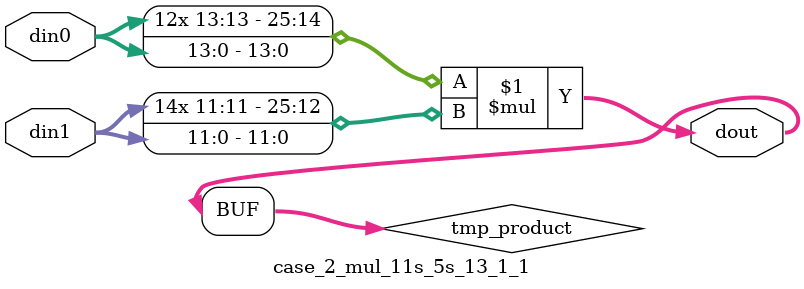
<source format=v>

`timescale 1 ns / 1 ps

 module case_2_mul_11s_5s_13_1_1(din0, din1, dout);
parameter ID = 1;
parameter NUM_STAGE = 0;
parameter din0_WIDTH = 14;
parameter din1_WIDTH = 12;
parameter dout_WIDTH = 26;

input [din0_WIDTH - 1 : 0] din0; 
input [din1_WIDTH - 1 : 0] din1; 
output [dout_WIDTH - 1 : 0] dout;

wire signed [dout_WIDTH - 1 : 0] tmp_product;



























assign tmp_product = $signed(din0) * $signed(din1);








assign dout = tmp_product;





















endmodule

</source>
